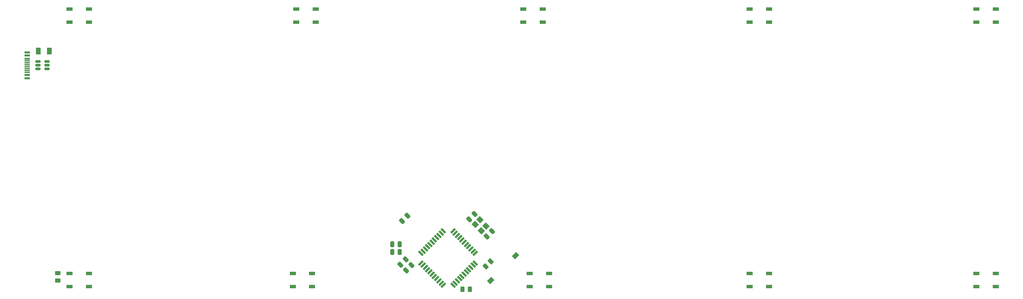
<source format=gbp>
G04 #@! TF.GenerationSoftware,KiCad,Pcbnew,8.0.4*
G04 #@! TF.CreationDate,2024-10-13T21:39:06+03:00*
G04 #@! TF.ProjectId,4040,34303430-2e6b-4696-9361-645f70636258,rev?*
G04 #@! TF.SameCoordinates,Original*
G04 #@! TF.FileFunction,Paste,Bot*
G04 #@! TF.FilePolarity,Positive*
%FSLAX46Y46*%
G04 Gerber Fmt 4.6, Leading zero omitted, Abs format (unit mm)*
G04 Created by KiCad (PCBNEW 8.0.4) date 2024-10-13 21:39:06*
%MOMM*%
%LPD*%
G01*
G04 APERTURE LIST*
G04 Aperture macros list*
%AMRoundRect*
0 Rectangle with rounded corners*
0 $1 Rounding radius*
0 $2 $3 $4 $5 $6 $7 $8 $9 X,Y pos of 4 corners*
0 Add a 4 corners polygon primitive as box body*
4,1,4,$2,$3,$4,$5,$6,$7,$8,$9,$2,$3,0*
0 Add four circle primitives for the rounded corners*
1,1,$1+$1,$2,$3*
1,1,$1+$1,$4,$5*
1,1,$1+$1,$6,$7*
1,1,$1+$1,$8,$9*
0 Add four rect primitives between the rounded corners*
20,1,$1+$1,$2,$3,$4,$5,0*
20,1,$1+$1,$4,$5,$6,$7,0*
20,1,$1+$1,$6,$7,$8,$9,0*
20,1,$1+$1,$8,$9,$2,$3,0*%
%AMRotRect*
0 Rectangle, with rotation*
0 The origin of the aperture is its center*
0 $1 length*
0 $2 width*
0 $3 Rotation angle, in degrees counterclockwise*
0 Add horizontal line*
21,1,$1,$2,0,0,$3*%
G04 Aperture macros list end*
%ADD10R,1.500000X0.900000*%
%ADD11RotRect,1.500000X0.550000X315.000000*%
%ADD12RotRect,1.500000X0.550000X225.000000*%
%ADD13RotRect,1.500000X1.100000X45.000000*%
%ADD14RoundRect,0.150000X-0.512500X-0.150000X0.512500X-0.150000X0.512500X0.150000X-0.512500X0.150000X0*%
%ADD15R,1.450000X0.600000*%
%ADD16R,1.450000X0.300000*%
%ADD17RoundRect,0.250000X-0.250000X-0.475000X0.250000X-0.475000X0.250000X0.475000X-0.250000X0.475000X0*%
%ADD18RoundRect,0.250000X0.159099X-0.512652X0.512652X-0.159099X-0.159099X0.512652X-0.512652X0.159099X0*%
%ADD19RoundRect,0.250000X0.375000X0.625000X-0.375000X0.625000X-0.375000X-0.625000X0.375000X-0.625000X0*%
%ADD20RoundRect,0.250000X0.132583X-0.503814X0.503814X-0.132583X-0.132583X0.503814X-0.503814X0.132583X0*%
%ADD21RoundRect,0.250000X-0.450000X0.262500X-0.450000X-0.262500X0.450000X-0.262500X0.450000X0.262500X0*%
%ADD22RoundRect,0.250000X0.262500X0.450000X-0.262500X0.450000X-0.262500X-0.450000X0.262500X-0.450000X0*%
%ADD23RotRect,1.400000X1.200000X135.000000*%
G04 APERTURE END LIST*
D10*
X303289800Y-78358000D03*
X303289800Y-75058000D03*
X308189800Y-75058000D03*
X308189800Y-78358000D03*
D11*
X163295664Y-136669118D03*
X163861350Y-136103433D03*
X164427035Y-135537748D03*
X164992720Y-134972062D03*
X165558406Y-134406377D03*
X166124091Y-133840691D03*
X166689777Y-133275006D03*
X167255462Y-132709320D03*
X167821148Y-132143635D03*
X168386833Y-131577950D03*
X168952518Y-131012264D03*
D12*
X171356682Y-131012264D03*
X171922367Y-131577950D03*
X172488052Y-132143635D03*
X173053738Y-132709320D03*
X173619423Y-133275006D03*
X174185109Y-133840691D03*
X174750794Y-134406377D03*
X175316480Y-134972062D03*
X175882165Y-135537748D03*
X176447850Y-136103433D03*
X177013536Y-136669118D03*
D11*
X177013536Y-139073282D03*
X176447850Y-139638967D03*
X175882165Y-140204652D03*
X175316480Y-140770338D03*
X174750794Y-141336023D03*
X174185109Y-141901709D03*
X173619423Y-142467394D03*
X173053738Y-143033080D03*
X172488052Y-143598765D03*
X171922367Y-144164450D03*
X171356682Y-144730136D03*
D12*
X168952518Y-144730136D03*
X168386833Y-144164450D03*
X167821148Y-143598765D03*
X167255462Y-143033080D03*
X166689777Y-142467394D03*
X166124091Y-141901709D03*
X165558406Y-141336023D03*
X164992720Y-140770338D03*
X164427035Y-140204652D03*
X163861350Y-139638967D03*
X163295664Y-139073282D03*
D13*
X180879350Y-143529450D03*
X187172600Y-137236200D03*
D14*
X66736800Y-90164998D03*
X66736800Y-89214999D03*
X66736800Y-88265000D03*
X69011800Y-88265000D03*
X69011800Y-89214999D03*
X69011800Y-90164998D03*
D10*
X74689800Y-78358000D03*
X74689800Y-75058000D03*
X79589800Y-75058000D03*
X79589800Y-78358000D03*
X131839800Y-78358000D03*
X131839800Y-75058000D03*
X136739800Y-75058000D03*
X136739800Y-78358000D03*
X308189800Y-141733000D03*
X308189800Y-145033000D03*
X303289800Y-145033000D03*
X303289800Y-141733000D03*
D15*
X64039800Y-92505600D03*
X64039800Y-91705601D03*
D16*
X64039799Y-90505600D03*
X64039800Y-89505600D03*
X64039800Y-89005600D03*
X64039799Y-88005600D03*
D15*
X64039800Y-86805599D03*
X64039800Y-86005600D03*
X64039800Y-86005600D03*
X64039800Y-86805599D03*
D16*
X64039800Y-87505600D03*
X64039800Y-88505600D03*
X64039800Y-90005600D03*
X64039800Y-91005600D03*
D15*
X64039800Y-91705601D03*
X64039800Y-92505600D03*
D10*
X251039800Y-141733000D03*
X251039800Y-145033000D03*
X246139800Y-145033000D03*
X246139800Y-141733000D03*
D17*
X156062602Y-136347200D03*
X157962600Y-136347200D03*
D18*
X158498698Y-128546702D03*
X159842200Y-127203200D03*
D19*
X69596000Y-85648800D03*
X66796000Y-85648800D03*
D18*
X158117698Y-139544902D03*
X159461200Y-138201400D03*
X159540098Y-140967302D03*
X160883600Y-139623800D03*
D10*
X195617000Y-141733000D03*
X195617000Y-145033000D03*
X190717000Y-145033000D03*
X190717000Y-141733000D03*
D18*
X179848263Y-132446467D03*
X181191765Y-131102965D03*
D20*
X179603400Y-139979400D03*
X180893870Y-138688930D03*
D17*
X156062602Y-134366000D03*
X157962600Y-134366000D03*
D10*
X135864600Y-141733000D03*
X135864600Y-145033000D03*
X130964600Y-145033000D03*
X130964600Y-141733000D03*
D21*
X71704200Y-141657700D03*
X71704200Y-143482700D03*
D10*
X189091400Y-78383400D03*
X189091400Y-75083400D03*
X193991400Y-75083400D03*
X193991400Y-78383400D03*
D22*
X175588300Y-145669000D03*
X173763300Y-145669000D03*
D18*
X175465898Y-128064102D03*
X176809400Y-126720600D03*
D23*
X178502498Y-130954471D03*
X176946863Y-129398836D03*
X178148944Y-128196755D03*
X179704579Y-129752390D03*
D10*
X246139800Y-78358000D03*
X246139800Y-75058000D03*
X251039800Y-75058000D03*
X251039800Y-78358000D03*
X79589800Y-141733000D03*
X79589800Y-145033000D03*
X74689800Y-145033000D03*
X74689800Y-141733000D03*
M02*

</source>
